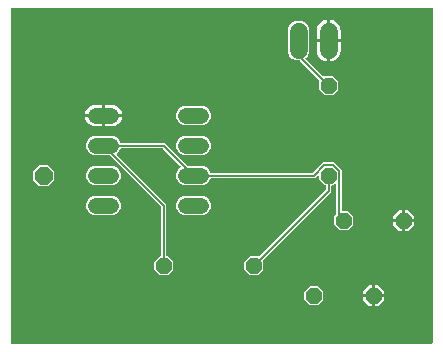
<source format=gbr>
G04 EAGLE Gerber RS-274X export*
G75*
%MOMM*%
%FSLAX34Y34*%
%LPD*%
%INBottom Copper*%
%IPPOS*%
%AMOC8*
5,1,8,0,0,1.08239X$1,22.5*%
G01*
%ADD10P,1.429621X8X22.500000*%
%ADD11C,1.320800*%
%ADD12P,1.649562X8X22.500000*%
%ADD13C,1.524000*%
%ADD14P,1.429621X8X112.500000*%
%ADD15P,1.429621X8X202.500000*%
%ADD16C,0.152400*%

G36*
X811298Y226064D02*
X811298Y226064D01*
X811317Y226062D01*
X811419Y226084D01*
X811521Y226100D01*
X811538Y226110D01*
X811558Y226114D01*
X811647Y226167D01*
X811738Y226216D01*
X811752Y226230D01*
X811769Y226240D01*
X811836Y226319D01*
X811908Y226394D01*
X811916Y226412D01*
X811929Y226427D01*
X811968Y226523D01*
X812011Y226617D01*
X812013Y226637D01*
X812021Y226655D01*
X812039Y226822D01*
X812039Y509678D01*
X812036Y509698D01*
X812038Y509717D01*
X812016Y509819D01*
X812000Y509921D01*
X811990Y509938D01*
X811986Y509958D01*
X811933Y510047D01*
X811884Y510138D01*
X811870Y510152D01*
X811860Y510169D01*
X811781Y510236D01*
X811706Y510308D01*
X811688Y510316D01*
X811673Y510329D01*
X811577Y510368D01*
X811483Y510411D01*
X811463Y510413D01*
X811445Y510421D01*
X811278Y510439D01*
X455422Y510439D01*
X455402Y510436D01*
X455383Y510438D01*
X455281Y510416D01*
X455179Y510400D01*
X455162Y510390D01*
X455142Y510386D01*
X455053Y510333D01*
X454962Y510284D01*
X454948Y510270D01*
X454931Y510260D01*
X454864Y510181D01*
X454792Y510106D01*
X454784Y510088D01*
X454771Y510073D01*
X454732Y509977D01*
X454689Y509883D01*
X454687Y509863D01*
X454679Y509845D01*
X454661Y509678D01*
X454661Y226822D01*
X454664Y226802D01*
X454662Y226783D01*
X454684Y226681D01*
X454700Y226579D01*
X454710Y226562D01*
X454714Y226542D01*
X454767Y226453D01*
X454816Y226362D01*
X454830Y226348D01*
X454840Y226331D01*
X454919Y226264D01*
X454994Y226192D01*
X455012Y226184D01*
X455027Y226171D01*
X455123Y226132D01*
X455217Y226089D01*
X455237Y226087D01*
X455255Y226079D01*
X455422Y226061D01*
X811278Y226061D01*
X811298Y226064D01*
G37*
%LPC*%
G36*
X580833Y283971D02*
X580833Y283971D01*
X576071Y288733D01*
X576071Y295467D01*
X580833Y300229D01*
X581152Y300229D01*
X581172Y300232D01*
X581191Y300230D01*
X581293Y300252D01*
X581395Y300268D01*
X581412Y300278D01*
X581432Y300282D01*
X581521Y300335D01*
X581612Y300384D01*
X581626Y300398D01*
X581643Y300408D01*
X581710Y300487D01*
X581782Y300562D01*
X581790Y300580D01*
X581803Y300595D01*
X581842Y300691D01*
X581885Y300785D01*
X581887Y300805D01*
X581895Y300823D01*
X581913Y300990D01*
X581913Y341637D01*
X581899Y341728D01*
X581891Y341818D01*
X581879Y341848D01*
X581874Y341880D01*
X581831Y341961D01*
X581795Y342045D01*
X581769Y342077D01*
X581758Y342098D01*
X581735Y342120D01*
X581690Y342176D01*
X538518Y385348D01*
X538444Y385401D01*
X538374Y385461D01*
X538344Y385473D01*
X538318Y385492D01*
X538231Y385519D01*
X538146Y385553D01*
X538105Y385557D01*
X538083Y385564D01*
X538051Y385563D01*
X537980Y385571D01*
X525179Y385571D01*
X522191Y386809D01*
X519905Y389095D01*
X518667Y392083D01*
X518667Y395317D01*
X519905Y398305D01*
X522191Y400591D01*
X525179Y401829D01*
X541621Y401829D01*
X544609Y400591D01*
X546895Y398305D01*
X547661Y396457D01*
X547723Y396357D01*
X547782Y396257D01*
X547787Y396253D01*
X547790Y396248D01*
X547881Y396173D01*
X547969Y396097D01*
X547975Y396095D01*
X547980Y396091D01*
X548088Y396049D01*
X548197Y396005D01*
X548205Y396004D01*
X548209Y396003D01*
X548228Y396002D01*
X548364Y395987D01*
X585147Y395987D01*
X604482Y376652D01*
X604556Y376599D01*
X604626Y376539D01*
X604656Y376527D01*
X604682Y376508D01*
X604769Y376481D01*
X604854Y376447D01*
X604895Y376443D01*
X604917Y376436D01*
X604949Y376437D01*
X605020Y376429D01*
X617821Y376429D01*
X620809Y375191D01*
X623095Y372905D01*
X623861Y371057D01*
X623923Y370957D01*
X623982Y370857D01*
X623987Y370853D01*
X623990Y370848D01*
X624081Y370773D01*
X624169Y370697D01*
X624175Y370695D01*
X624180Y370691D01*
X624288Y370649D01*
X624397Y370605D01*
X624405Y370604D01*
X624409Y370603D01*
X624428Y370602D01*
X624564Y370587D01*
X710065Y370587D01*
X710155Y370601D01*
X710246Y370609D01*
X710276Y370621D01*
X710308Y370626D01*
X710389Y370669D01*
X710472Y370705D01*
X710505Y370731D01*
X710525Y370742D01*
X710547Y370765D01*
X710603Y370810D01*
X719270Y379477D01*
X728530Y379477D01*
X735077Y372930D01*
X735077Y339090D01*
X735080Y339070D01*
X735078Y339051D01*
X735100Y338949D01*
X735116Y338847D01*
X735126Y338830D01*
X735130Y338810D01*
X735183Y338721D01*
X735232Y338630D01*
X735246Y338616D01*
X735256Y338599D01*
X735335Y338532D01*
X735410Y338460D01*
X735428Y338452D01*
X735443Y338439D01*
X735539Y338400D01*
X735633Y338357D01*
X735653Y338355D01*
X735671Y338347D01*
X735838Y338329D01*
X739967Y338329D01*
X744729Y333567D01*
X744729Y326833D01*
X739967Y322071D01*
X733233Y322071D01*
X728471Y326833D01*
X728471Y333567D01*
X730280Y335376D01*
X730333Y335450D01*
X730393Y335519D01*
X730405Y335550D01*
X730424Y335576D01*
X730451Y335663D01*
X730485Y335748D01*
X730489Y335789D01*
X730496Y335811D01*
X730495Y335843D01*
X730503Y335914D01*
X730503Y361570D01*
X730500Y361587D01*
X730502Y361603D01*
X730491Y361653D01*
X730490Y361712D01*
X730472Y361761D01*
X730464Y361812D01*
X730452Y361835D01*
X730450Y361843D01*
X730429Y361878D01*
X730405Y361943D01*
X730373Y361984D01*
X730348Y362030D01*
X730325Y362052D01*
X730324Y362054D01*
X730314Y362062D01*
X730296Y362079D01*
X730252Y362135D01*
X730208Y362163D01*
X730170Y362199D01*
X730105Y362229D01*
X730045Y362268D01*
X729994Y362281D01*
X729947Y362303D01*
X729876Y362311D01*
X729806Y362328D01*
X729754Y362324D01*
X729703Y362330D01*
X729632Y362315D01*
X729561Y362309D01*
X729513Y362289D01*
X729500Y362286D01*
X729493Y362285D01*
X729492Y362284D01*
X729462Y362278D01*
X729401Y362241D01*
X729335Y362213D01*
X729291Y362178D01*
X729275Y362170D01*
X729267Y362161D01*
X729251Y362151D01*
X729236Y362134D01*
X729204Y362108D01*
X727267Y360171D01*
X726948Y360171D01*
X726928Y360168D01*
X726909Y360170D01*
X726807Y360148D01*
X726705Y360132D01*
X726688Y360122D01*
X726668Y360118D01*
X726579Y360065D01*
X726488Y360016D01*
X726474Y360002D01*
X726457Y359992D01*
X726390Y359913D01*
X726318Y359838D01*
X726310Y359820D01*
X726297Y359805D01*
X726258Y359709D01*
X726215Y359615D01*
X726213Y359595D01*
X726205Y359577D01*
X726187Y359410D01*
X726187Y354653D01*
X668303Y296769D01*
X668291Y296753D01*
X668276Y296741D01*
X668220Y296653D01*
X668160Y296569D01*
X668154Y296550D01*
X668143Y296534D01*
X668118Y296433D01*
X668087Y296334D01*
X668088Y296314D01*
X668083Y296295D01*
X668091Y296192D01*
X668094Y296089D01*
X668100Y296070D01*
X668102Y296050D01*
X668142Y295955D01*
X668178Y295857D01*
X668191Y295842D01*
X668198Y295824D01*
X668303Y295693D01*
X668529Y295467D01*
X668529Y288733D01*
X663767Y283971D01*
X657033Y283971D01*
X652271Y288733D01*
X652271Y295467D01*
X657033Y300229D01*
X663767Y300229D01*
X663993Y300003D01*
X664009Y299991D01*
X664021Y299976D01*
X664108Y299920D01*
X664192Y299860D01*
X664211Y299854D01*
X664228Y299843D01*
X664329Y299818D01*
X664427Y299787D01*
X664447Y299788D01*
X664467Y299783D01*
X664570Y299791D01*
X664673Y299794D01*
X664692Y299800D01*
X664712Y299802D01*
X664807Y299842D01*
X664904Y299878D01*
X664920Y299891D01*
X664938Y299898D01*
X665069Y300003D01*
X721390Y356324D01*
X721443Y356398D01*
X721503Y356468D01*
X721515Y356498D01*
X721534Y356524D01*
X721561Y356611D01*
X721595Y356696D01*
X721599Y356737D01*
X721606Y356759D01*
X721605Y356791D01*
X721613Y356863D01*
X721613Y359410D01*
X721610Y359430D01*
X721612Y359449D01*
X721590Y359551D01*
X721574Y359653D01*
X721564Y359670D01*
X721560Y359690D01*
X721507Y359779D01*
X721458Y359870D01*
X721444Y359884D01*
X721434Y359901D01*
X721355Y359968D01*
X721280Y360040D01*
X721262Y360048D01*
X721247Y360061D01*
X721151Y360100D01*
X721057Y360143D01*
X721037Y360145D01*
X721019Y360153D01*
X720852Y360171D01*
X720533Y360171D01*
X715771Y364933D01*
X715771Y367672D01*
X715769Y367684D01*
X715770Y367693D01*
X715761Y367737D01*
X715760Y367743D01*
X715758Y367814D01*
X715740Y367863D01*
X715732Y367915D01*
X715698Y367978D01*
X715673Y368045D01*
X715641Y368086D01*
X715616Y368132D01*
X715564Y368181D01*
X715520Y368237D01*
X715476Y368266D01*
X715438Y368301D01*
X715373Y368332D01*
X715313Y368370D01*
X715262Y368383D01*
X715215Y368405D01*
X715144Y368413D01*
X715074Y368430D01*
X715022Y368426D01*
X714971Y368432D01*
X714900Y368417D01*
X714829Y368411D01*
X714781Y368391D01*
X714730Y368380D01*
X714669Y368343D01*
X714603Y368315D01*
X714547Y368270D01*
X714519Y368254D01*
X714504Y368236D01*
X714472Y368210D01*
X712275Y366013D01*
X624564Y366013D01*
X624449Y365994D01*
X624333Y365977D01*
X624327Y365975D01*
X624321Y365974D01*
X624219Y365919D01*
X624114Y365866D01*
X624109Y365861D01*
X624104Y365858D01*
X624024Y365774D01*
X623941Y365690D01*
X623938Y365684D01*
X623934Y365680D01*
X623927Y365663D01*
X623861Y365543D01*
X623095Y363695D01*
X620809Y361409D01*
X617821Y360171D01*
X601379Y360171D01*
X598391Y361409D01*
X596105Y363695D01*
X594867Y366683D01*
X594867Y369917D01*
X596105Y372905D01*
X598395Y375195D01*
X598407Y375211D01*
X598422Y375223D01*
X598478Y375310D01*
X598538Y375394D01*
X598544Y375413D01*
X598555Y375430D01*
X598580Y375531D01*
X598611Y375629D01*
X598610Y375649D01*
X598615Y375669D01*
X598607Y375772D01*
X598604Y375875D01*
X598598Y375894D01*
X598596Y375914D01*
X598556Y376008D01*
X598520Y376106D01*
X598507Y376122D01*
X598500Y376140D01*
X598395Y376271D01*
X583476Y391190D01*
X583402Y391243D01*
X583332Y391303D01*
X583302Y391315D01*
X583276Y391334D01*
X583189Y391361D01*
X583104Y391395D01*
X583063Y391399D01*
X583041Y391406D01*
X583009Y391405D01*
X582937Y391413D01*
X548364Y391413D01*
X548249Y391394D01*
X548133Y391377D01*
X548127Y391375D01*
X548121Y391374D01*
X548019Y391319D01*
X547914Y391266D01*
X547909Y391261D01*
X547904Y391258D01*
X547824Y391174D01*
X547741Y391090D01*
X547738Y391084D01*
X547734Y391080D01*
X547727Y391063D01*
X547661Y390943D01*
X546895Y389095D01*
X544605Y386805D01*
X544593Y386789D01*
X544578Y386777D01*
X544522Y386690D01*
X544462Y386606D01*
X544456Y386587D01*
X544445Y386570D01*
X544420Y386469D01*
X544389Y386371D01*
X544390Y386351D01*
X544385Y386331D01*
X544393Y386228D01*
X544396Y386125D01*
X544402Y386106D01*
X544404Y386086D01*
X544444Y385991D01*
X544480Y385894D01*
X544493Y385878D01*
X544500Y385860D01*
X544605Y385729D01*
X584924Y345410D01*
X586487Y343847D01*
X586487Y300990D01*
X586490Y300970D01*
X586488Y300951D01*
X586510Y300849D01*
X586526Y300747D01*
X586536Y300730D01*
X586540Y300710D01*
X586593Y300621D01*
X586642Y300530D01*
X586656Y300516D01*
X586666Y300499D01*
X586745Y300432D01*
X586820Y300360D01*
X586838Y300352D01*
X586853Y300339D01*
X586949Y300300D01*
X587043Y300257D01*
X587063Y300255D01*
X587081Y300247D01*
X587248Y300229D01*
X587567Y300229D01*
X592329Y295467D01*
X592329Y288733D01*
X587567Y283971D01*
X580833Y283971D01*
G37*
%LPD*%
%LPC*%
G36*
X720533Y436371D02*
X720533Y436371D01*
X715771Y441133D01*
X715771Y447867D01*
X715997Y448093D01*
X716009Y448109D01*
X716024Y448121D01*
X716080Y448208D01*
X716140Y448292D01*
X716146Y448311D01*
X716157Y448328D01*
X716182Y448429D01*
X716213Y448527D01*
X716212Y448547D01*
X716217Y448567D01*
X716209Y448670D01*
X716206Y448773D01*
X716200Y448792D01*
X716198Y448812D01*
X716158Y448907D01*
X716122Y449004D01*
X716109Y449020D01*
X716102Y449038D01*
X715997Y449169D01*
X699554Y465612D01*
X699480Y465665D01*
X699410Y465725D01*
X699380Y465737D01*
X699354Y465756D01*
X699267Y465783D01*
X699182Y465817D01*
X699141Y465821D01*
X699119Y465828D01*
X699087Y465827D01*
X699016Y465835D01*
X696681Y465835D01*
X693320Y467227D01*
X690747Y469800D01*
X689355Y473161D01*
X689355Y492039D01*
X690747Y495400D01*
X693320Y497973D01*
X696681Y499365D01*
X700319Y499365D01*
X703680Y497973D01*
X706253Y495400D01*
X707645Y492039D01*
X707645Y473161D01*
X706253Y469800D01*
X704582Y468129D01*
X704570Y468113D01*
X704554Y468100D01*
X704498Y468013D01*
X704438Y467929D01*
X704432Y467910D01*
X704421Y467893D01*
X704396Y467793D01*
X704366Y467694D01*
X704366Y467674D01*
X704361Y467655D01*
X704369Y467552D01*
X704372Y467448D01*
X704379Y467429D01*
X704380Y467410D01*
X704421Y467315D01*
X704456Y467217D01*
X704469Y467202D01*
X704477Y467183D01*
X704582Y467052D01*
X719231Y452403D01*
X719247Y452391D01*
X719259Y452376D01*
X719347Y452320D01*
X719431Y452260D01*
X719450Y452254D01*
X719466Y452243D01*
X719567Y452218D01*
X719666Y452187D01*
X719686Y452188D01*
X719705Y452183D01*
X719808Y452191D01*
X719912Y452194D01*
X719930Y452200D01*
X719950Y452202D01*
X720045Y452242D01*
X720143Y452278D01*
X720158Y452291D01*
X720176Y452298D01*
X720307Y452403D01*
X720533Y452629D01*
X727267Y452629D01*
X732029Y447867D01*
X732029Y441133D01*
X727267Y436371D01*
X720533Y436371D01*
G37*
%LPD*%
%LPC*%
G36*
X601379Y410971D02*
X601379Y410971D01*
X598391Y412209D01*
X596105Y414495D01*
X594867Y417483D01*
X594867Y420717D01*
X596105Y423705D01*
X598391Y425991D01*
X601379Y427229D01*
X617821Y427229D01*
X620809Y425991D01*
X623095Y423705D01*
X624333Y420717D01*
X624333Y417483D01*
X623095Y414495D01*
X620809Y412209D01*
X617821Y410971D01*
X601379Y410971D01*
G37*
%LPD*%
%LPC*%
G36*
X601379Y385571D02*
X601379Y385571D01*
X598391Y386809D01*
X596105Y389095D01*
X594867Y392083D01*
X594867Y395317D01*
X596105Y398305D01*
X598391Y400591D01*
X601379Y401829D01*
X617821Y401829D01*
X620809Y400591D01*
X623095Y398305D01*
X624333Y395317D01*
X624333Y392083D01*
X623095Y389095D01*
X620809Y386809D01*
X617821Y385571D01*
X601379Y385571D01*
G37*
%LPD*%
%LPC*%
G36*
X525179Y360171D02*
X525179Y360171D01*
X522191Y361409D01*
X519905Y363695D01*
X518667Y366683D01*
X518667Y369917D01*
X519905Y372905D01*
X522191Y375191D01*
X525179Y376429D01*
X541621Y376429D01*
X544609Y375191D01*
X546895Y372905D01*
X548133Y369917D01*
X548133Y366683D01*
X546895Y363695D01*
X544609Y361409D01*
X541621Y360171D01*
X525179Y360171D01*
G37*
%LPD*%
%LPC*%
G36*
X601379Y334771D02*
X601379Y334771D01*
X598391Y336009D01*
X596105Y338295D01*
X594867Y341283D01*
X594867Y344517D01*
X596105Y347505D01*
X598391Y349791D01*
X601379Y351029D01*
X617821Y351029D01*
X620809Y349791D01*
X623095Y347505D01*
X624333Y344517D01*
X624333Y341283D01*
X623095Y338295D01*
X620809Y336009D01*
X617821Y334771D01*
X601379Y334771D01*
G37*
%LPD*%
%LPC*%
G36*
X525179Y334771D02*
X525179Y334771D01*
X522191Y336009D01*
X519905Y338295D01*
X518667Y341283D01*
X518667Y344517D01*
X519905Y347505D01*
X522191Y349791D01*
X525179Y351029D01*
X541621Y351029D01*
X544609Y349791D01*
X546895Y347505D01*
X548133Y344517D01*
X548133Y341283D01*
X546895Y338295D01*
X544609Y336009D01*
X541621Y334771D01*
X525179Y334771D01*
G37*
%LPD*%
%LPC*%
G36*
X478812Y359155D02*
X478812Y359155D01*
X473455Y364512D01*
X473455Y372088D01*
X478812Y377445D01*
X486388Y377445D01*
X491745Y372088D01*
X491745Y364512D01*
X486388Y359155D01*
X478812Y359155D01*
G37*
%LPD*%
%LPC*%
G36*
X707833Y258571D02*
X707833Y258571D01*
X703071Y263333D01*
X703071Y270067D01*
X707833Y274829D01*
X714567Y274829D01*
X719329Y270067D01*
X719329Y263333D01*
X714567Y258571D01*
X707833Y258571D01*
G37*
%LPD*%
%LPC*%
G36*
X725423Y484123D02*
X725423Y484123D01*
X725423Y500266D01*
X726279Y500131D01*
X727800Y499636D01*
X729225Y498910D01*
X730519Y497970D01*
X731650Y496839D01*
X732590Y495545D01*
X733316Y494120D01*
X733811Y492599D01*
X734061Y491020D01*
X734061Y484123D01*
X725423Y484123D01*
G37*
%LPD*%
%LPC*%
G36*
X725423Y481077D02*
X725423Y481077D01*
X734061Y481077D01*
X734061Y474180D01*
X733811Y472601D01*
X733316Y471080D01*
X732590Y469655D01*
X731650Y468361D01*
X730519Y467230D01*
X729225Y466290D01*
X727800Y465564D01*
X726279Y465069D01*
X725423Y464934D01*
X725423Y481077D01*
G37*
%LPD*%
%LPC*%
G36*
X713739Y484123D02*
X713739Y484123D01*
X713739Y491020D01*
X713989Y492599D01*
X714484Y494120D01*
X715210Y495545D01*
X716150Y496839D01*
X717281Y497970D01*
X718575Y498910D01*
X720000Y499636D01*
X721521Y500131D01*
X722377Y500266D01*
X722377Y484123D01*
X713739Y484123D01*
G37*
%LPD*%
%LPC*%
G36*
X721521Y465069D02*
X721521Y465069D01*
X720000Y465564D01*
X718575Y466290D01*
X717281Y467230D01*
X716150Y468361D01*
X715210Y469655D01*
X714484Y471080D01*
X713989Y472601D01*
X713739Y474180D01*
X713739Y481077D01*
X722377Y481077D01*
X722377Y464934D01*
X721521Y465069D01*
G37*
%LPD*%
%LPC*%
G36*
X534923Y420623D02*
X534923Y420623D01*
X534923Y428245D01*
X540905Y428245D01*
X542671Y427893D01*
X544336Y427204D01*
X545834Y426203D01*
X547107Y424930D01*
X548108Y423432D01*
X548797Y421767D01*
X549025Y420623D01*
X534923Y420623D01*
G37*
%LPD*%
%LPC*%
G36*
X517775Y420623D02*
X517775Y420623D01*
X518003Y421767D01*
X518692Y423432D01*
X519693Y424930D01*
X520966Y426203D01*
X522464Y427204D01*
X524129Y427893D01*
X525895Y428245D01*
X531877Y428245D01*
X531877Y420623D01*
X517775Y420623D01*
G37*
%LPD*%
%LPC*%
G36*
X534923Y409955D02*
X534923Y409955D01*
X534923Y417577D01*
X549025Y417577D01*
X548797Y416433D01*
X548108Y414768D01*
X547107Y413270D01*
X545834Y411997D01*
X544336Y410996D01*
X542671Y410307D01*
X540905Y409955D01*
X534923Y409955D01*
G37*
%LPD*%
%LPC*%
G36*
X525895Y409955D02*
X525895Y409955D01*
X524129Y410307D01*
X522464Y410996D01*
X520966Y411997D01*
X519693Y413270D01*
X518692Y414768D01*
X518003Y416433D01*
X517775Y417577D01*
X531877Y417577D01*
X531877Y409955D01*
X525895Y409955D01*
G37*
%LPD*%
%LPC*%
G36*
X788923Y331723D02*
X788923Y331723D01*
X788923Y339345D01*
X791188Y339345D01*
X796545Y333988D01*
X796545Y331723D01*
X788923Y331723D01*
G37*
%LPD*%
%LPC*%
G36*
X763523Y268223D02*
X763523Y268223D01*
X763523Y275845D01*
X765788Y275845D01*
X771145Y270488D01*
X771145Y268223D01*
X763523Y268223D01*
G37*
%LPD*%
%LPC*%
G36*
X778255Y331723D02*
X778255Y331723D01*
X778255Y333988D01*
X783612Y339345D01*
X785877Y339345D01*
X785877Y331723D01*
X778255Y331723D01*
G37*
%LPD*%
%LPC*%
G36*
X752855Y268223D02*
X752855Y268223D01*
X752855Y270488D01*
X758212Y275845D01*
X760477Y275845D01*
X760477Y268223D01*
X752855Y268223D01*
G37*
%LPD*%
%LPC*%
G36*
X788923Y321055D02*
X788923Y321055D01*
X788923Y328677D01*
X796545Y328677D01*
X796545Y326412D01*
X791188Y321055D01*
X788923Y321055D01*
G37*
%LPD*%
%LPC*%
G36*
X763523Y257555D02*
X763523Y257555D01*
X763523Y265177D01*
X771145Y265177D01*
X771145Y262912D01*
X765788Y257555D01*
X763523Y257555D01*
G37*
%LPD*%
%LPC*%
G36*
X783612Y321055D02*
X783612Y321055D01*
X778255Y326412D01*
X778255Y328677D01*
X785877Y328677D01*
X785877Y321055D01*
X783612Y321055D01*
G37*
%LPD*%
%LPC*%
G36*
X758212Y257555D02*
X758212Y257555D01*
X752855Y262912D01*
X752855Y265177D01*
X760477Y265177D01*
X760477Y257555D01*
X758212Y257555D01*
G37*
%LPD*%
%LPC*%
G36*
X723899Y482599D02*
X723899Y482599D01*
X723899Y482601D01*
X723901Y482601D01*
X723901Y482599D01*
X723899Y482599D01*
G37*
%LPD*%
%LPC*%
G36*
X533399Y419099D02*
X533399Y419099D01*
X533399Y419101D01*
X533401Y419101D01*
X533401Y419099D01*
X533399Y419099D01*
G37*
%LPD*%
%LPC*%
G36*
X787399Y330199D02*
X787399Y330199D01*
X787399Y330201D01*
X787401Y330201D01*
X787401Y330199D01*
X787399Y330199D01*
G37*
%LPD*%
%LPC*%
G36*
X761999Y266699D02*
X761999Y266699D01*
X761999Y266701D01*
X762001Y266701D01*
X762001Y266699D01*
X761999Y266699D01*
G37*
%LPD*%
D10*
X736600Y330200D03*
X787400Y330200D03*
X711200Y266700D03*
X762000Y266700D03*
D11*
X540004Y419100D02*
X526796Y419100D01*
X526796Y393700D02*
X540004Y393700D01*
X602996Y393700D02*
X616204Y393700D01*
X616204Y419100D02*
X602996Y419100D01*
X540004Y368300D02*
X526796Y368300D01*
X526796Y342900D02*
X540004Y342900D01*
X602996Y368300D02*
X616204Y368300D01*
X616204Y342900D02*
X602996Y342900D01*
D12*
X482600Y368300D03*
D13*
X723900Y474980D02*
X723900Y490220D01*
X698500Y490220D02*
X698500Y474980D01*
D14*
X723900Y368300D03*
X723900Y444500D03*
D15*
X660400Y292100D03*
X584200Y292100D03*
D16*
X723900Y444500D02*
X698500Y469900D01*
X698500Y482600D01*
X584200Y342900D02*
X533400Y393700D01*
X584200Y342900D02*
X584200Y292100D01*
X584200Y393700D02*
X533400Y393700D01*
X584200Y393700D02*
X609600Y368300D01*
X720218Y377190D02*
X727582Y377190D01*
X732790Y371982D01*
X732790Y334010D02*
X736600Y330200D01*
X732790Y334010D02*
X732790Y371982D01*
X711328Y368300D02*
X609600Y368300D01*
X711328Y368300D02*
X720218Y377190D01*
X723900Y368300D02*
X723900Y355600D01*
X660400Y292100D01*
M02*

</source>
